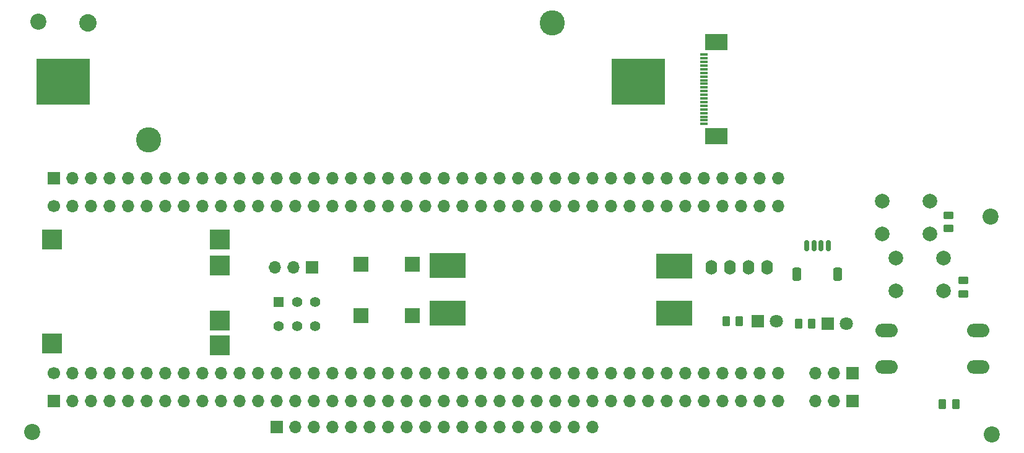
<source format=gts>
G04 #@! TF.GenerationSoftware,KiCad,Pcbnew,(7.99.0-200-gad838e3d73)*
G04 #@! TF.CreationDate,2024-03-15T16:28:32+07:00*
G04 #@! TF.ProjectId,WMS,574d532e-6b69-4636-9164-5f7063625858,rev?*
G04 #@! TF.SameCoordinates,Original*
G04 #@! TF.FileFunction,Soldermask,Top*
G04 #@! TF.FilePolarity,Negative*
%FSLAX46Y46*%
G04 Gerber Fmt 4.6, Leading zero omitted, Abs format (unit mm)*
G04 Created by KiCad (PCBNEW (7.99.0-200-gad838e3d73)) date 2024-03-15 16:28:32*
%MOMM*%
%LPD*%
G01*
G04 APERTURE LIST*
G04 Aperture macros list*
%AMRoundRect*
0 Rectangle with rounded corners*
0 $1 Rounding radius*
0 $2 $3 $4 $5 $6 $7 $8 $9 X,Y pos of 4 corners*
0 Add a 4 corners polygon primitive as box body*
4,1,4,$2,$3,$4,$5,$6,$7,$8,$9,$2,$3,0*
0 Add four circle primitives for the rounded corners*
1,1,$1+$1,$2,$3*
1,1,$1+$1,$4,$5*
1,1,$1+$1,$6,$7*
1,1,$1+$1,$8,$9*
0 Add four rect primitives between the rounded corners*
20,1,$1+$1,$2,$3,$4,$5,0*
20,1,$1+$1,$4,$5,$6,$7,0*
20,1,$1+$1,$6,$7,$8,$9,0*
20,1,$1+$1,$8,$9,$2,$3,0*%
G04 Aperture macros list end*
%ADD10C,2.000000*%
%ADD11R,1.400000X1.400000*%
%ADD12C,1.400000*%
%ADD13RoundRect,0.250000X-0.262500X-0.450000X0.262500X-0.450000X0.262500X0.450000X-0.262500X0.450000X0*%
%ADD14R,5.000000X3.500000*%
%ADD15R,2.000000X2.000000*%
%ADD16RoundRect,0.250000X0.262500X0.450000X-0.262500X0.450000X-0.262500X-0.450000X0.262500X-0.450000X0*%
%ADD17C,2.390000*%
%ADD18C,3.450000*%
%ADD19R,7.340000X6.350000*%
%ADD20C,2.200000*%
%ADD21R,1.700000X1.700000*%
%ADD22O,1.700000X1.700000*%
%ADD23R,1.100000X0.300000*%
%ADD24R,3.100000X2.300000*%
%ADD25O,1.600000X2.000000*%
%ADD26RoundRect,0.150000X-0.150000X-0.625000X0.150000X-0.625000X0.150000X0.625000X-0.150000X0.625000X0*%
%ADD27RoundRect,0.250000X-0.350000X-0.650000X0.350000X-0.650000X0.350000X0.650000X-0.350000X0.650000X0*%
%ADD28RoundRect,0.250000X0.450000X-0.262500X0.450000X0.262500X-0.450000X0.262500X-0.450000X-0.262500X0*%
%ADD29C,1.700000*%
%ADD30R,1.800000X1.800000*%
%ADD31C,1.800000*%
%ADD32O,3.048000X1.850000*%
%ADD33R,2.800000X2.800000*%
G04 APERTURE END LIST*
D10*
X194945000Y-85572600D03*
X188445000Y-85572600D03*
X194945000Y-81072600D03*
X188445000Y-81072600D03*
D11*
X105896399Y-94896399D03*
D12*
X108396400Y-94896400D03*
X110896400Y-94896400D03*
X105896400Y-98196400D03*
X108396400Y-98196400D03*
X110896400Y-98196400D03*
D13*
X176991000Y-97891600D03*
X178816000Y-97891600D03*
D10*
X190299200Y-88895800D03*
X196799200Y-88895800D03*
X190299200Y-93395800D03*
X196799200Y-93395800D03*
D14*
X160019999Y-89965999D03*
X160019999Y-96415999D03*
X129019999Y-96415999D03*
X129019999Y-89915999D03*
D15*
X117149999Y-89743399D03*
X117149999Y-96743399D03*
X124149999Y-96743399D03*
X124149999Y-89743399D03*
D16*
X198497200Y-108864400D03*
X196672200Y-108864400D03*
D17*
X79807000Y-56744600D03*
D18*
X88137000Y-72744600D03*
X143337000Y-56744600D03*
D19*
X76406999Y-64744599D03*
X155066999Y-64744599D03*
D13*
X167085000Y-97485200D03*
X168910000Y-97485200D03*
D20*
X203276200Y-83235800D03*
D21*
X75183999Y-108457999D03*
D22*
X77723999Y-108457999D03*
X80263999Y-108457999D03*
X82803999Y-108457999D03*
X85343999Y-108457999D03*
X87883999Y-108457999D03*
X90423999Y-108457999D03*
X92963999Y-108457999D03*
X95503999Y-108457999D03*
X98043999Y-108457999D03*
X100583999Y-108457999D03*
X103123999Y-108457999D03*
X105663999Y-108457999D03*
X108203999Y-108457999D03*
X110743999Y-108457999D03*
X113283999Y-108457999D03*
X115823999Y-108457999D03*
X118363999Y-108457999D03*
X120903999Y-108457999D03*
X123443999Y-108457999D03*
X125983999Y-108457999D03*
X128523999Y-108457999D03*
X131063999Y-108457999D03*
X133603999Y-108457999D03*
X136143999Y-108457999D03*
X138683999Y-108457999D03*
X141223999Y-108457999D03*
X143763999Y-108457999D03*
X146303999Y-108457999D03*
X148843999Y-108457999D03*
X151383999Y-108457999D03*
X153923999Y-108457999D03*
X156463999Y-108457999D03*
X159003999Y-108457999D03*
X161543999Y-108457999D03*
X164083999Y-108457999D03*
X166623999Y-108457999D03*
X169163999Y-108457999D03*
X171703999Y-108457999D03*
X174243999Y-108457999D03*
D21*
X110489999Y-90169999D03*
D22*
X107949999Y-90169999D03*
X105409999Y-90169999D03*
D23*
X164058599Y-61046599D03*
X164058599Y-61546599D03*
X164058599Y-62046599D03*
X164058599Y-62546599D03*
X164058599Y-63046599D03*
X164058599Y-63546599D03*
X164058599Y-64046599D03*
X164058599Y-64546599D03*
X164058599Y-65046599D03*
X164058599Y-65546599D03*
X164058599Y-66046599D03*
X164058599Y-66546599D03*
X164058599Y-67046599D03*
X164058599Y-67546599D03*
X164058599Y-68046599D03*
X164058599Y-68546599D03*
X164058599Y-69046599D03*
X164058599Y-69546599D03*
X164058599Y-70046599D03*
X164058599Y-70546599D03*
D24*
X165758599Y-72216599D03*
X165758599Y-59376599D03*
D25*
X165099999Y-90169999D03*
X167639999Y-90169999D03*
X170179999Y-90169999D03*
X172719999Y-90169999D03*
D21*
X184403999Y-108457999D03*
D22*
X181863999Y-108457999D03*
X179323999Y-108457999D03*
D20*
X73025000Y-56540400D03*
X203428600Y-112979200D03*
D26*
X178072000Y-87184000D03*
X179072000Y-87184000D03*
X180072000Y-87184000D03*
X181072000Y-87184000D03*
D27*
X176772000Y-91059000D03*
X182372000Y-91059000D03*
D28*
X199542400Y-93773000D03*
X199542400Y-91948000D03*
X197510400Y-83036400D03*
X197510400Y-84861400D03*
D29*
X75184000Y-81788000D03*
D22*
X77723999Y-81787999D03*
X80263999Y-81787999D03*
X82803999Y-81787999D03*
X85343999Y-81787999D03*
X87883999Y-81787999D03*
X90423999Y-81787999D03*
X92963999Y-81787999D03*
X95503999Y-81787999D03*
X98043999Y-81787999D03*
X100583999Y-81787999D03*
X103123999Y-81787999D03*
X105663999Y-81787999D03*
X108203999Y-81787999D03*
X110743999Y-81787999D03*
X113283999Y-81787999D03*
X115823999Y-81787999D03*
X118363999Y-81787999D03*
X120903999Y-81787999D03*
X123443999Y-81787999D03*
X125983999Y-81787999D03*
X128523999Y-81787999D03*
X131063999Y-81787999D03*
X133603999Y-81787999D03*
X136143999Y-81787999D03*
X138683999Y-81787999D03*
X141223999Y-81787999D03*
X143763999Y-81787999D03*
X146303999Y-81787999D03*
X148843999Y-81787999D03*
X151383999Y-81787999D03*
X153923999Y-81787999D03*
X156463999Y-81787999D03*
X159003999Y-81787999D03*
X161543999Y-81787999D03*
X164083999Y-81787999D03*
X166623999Y-81787999D03*
X169163999Y-81787999D03*
X171703999Y-81787999D03*
X174243999Y-81787999D03*
X174243999Y-104647999D03*
X171703999Y-104647999D03*
X169163999Y-104647999D03*
X166623999Y-104647999D03*
X164083999Y-104647999D03*
X161543999Y-104647999D03*
X159003999Y-104647999D03*
X156463999Y-104647999D03*
X153923999Y-104647999D03*
X151383999Y-104647999D03*
X148843999Y-104647999D03*
X146303999Y-104647999D03*
X143763999Y-104647999D03*
X141223999Y-104647999D03*
X138683999Y-104647999D03*
X136143999Y-104647999D03*
X133603999Y-104647999D03*
X131063999Y-104647999D03*
X128523999Y-104647999D03*
X125983999Y-104647999D03*
X123443999Y-104647999D03*
X120903999Y-104647999D03*
X118363999Y-104647999D03*
X115823999Y-104647999D03*
X113283999Y-104647999D03*
X110743999Y-104647999D03*
X108203999Y-104647999D03*
X105663999Y-104647999D03*
X103123999Y-104647999D03*
X100583999Y-104647999D03*
X98043999Y-104647999D03*
X95503999Y-104647999D03*
X92963999Y-104647999D03*
X90423999Y-104647999D03*
X87883999Y-104647999D03*
X85343999Y-104647999D03*
X82803999Y-104647999D03*
X80263999Y-104647999D03*
X77723999Y-104647999D03*
D29*
X75184000Y-104648000D03*
D22*
X179323999Y-104647999D03*
X181863999Y-104647999D03*
D21*
X184403999Y-104647999D03*
D30*
X180944599Y-97891599D03*
D31*
X183484600Y-97891600D03*
D20*
X72212200Y-112699800D03*
D30*
X171449999Y-97485199D03*
D31*
X173990000Y-97485200D03*
D32*
X189048999Y-98809799D03*
X201548999Y-98809799D03*
X189048999Y-103809799D03*
X201548999Y-103809799D03*
D21*
X105663999Y-112013999D03*
D22*
X108203999Y-112013999D03*
X110743999Y-112013999D03*
X113283999Y-112013999D03*
X115823999Y-112013999D03*
X118363999Y-112013999D03*
X120903999Y-112013999D03*
X123443999Y-112013999D03*
X125983999Y-112013999D03*
X128523999Y-112013999D03*
X131063999Y-112013999D03*
X133603999Y-112013999D03*
X136143999Y-112013999D03*
X138683999Y-112013999D03*
X141223999Y-112013999D03*
X143763999Y-112013999D03*
X146303999Y-112013999D03*
X148843999Y-112013999D03*
D33*
X74929999Y-86359999D03*
X74929999Y-100559999D03*
X97829999Y-86359999D03*
X97829999Y-100859999D03*
X97829999Y-89859999D03*
X97829999Y-97459999D03*
D21*
X75183999Y-77977999D03*
D22*
X77723999Y-77977999D03*
X80263999Y-77977999D03*
X82803999Y-77977999D03*
X85343999Y-77977999D03*
X87883999Y-77977999D03*
X90423999Y-77977999D03*
X92963999Y-77977999D03*
X95503999Y-77977999D03*
X98043999Y-77977999D03*
X100583999Y-77977999D03*
X103123999Y-77977999D03*
X105663999Y-77977999D03*
X108203999Y-77977999D03*
X110743999Y-77977999D03*
X113283999Y-77977999D03*
X115823999Y-77977999D03*
X118363999Y-77977999D03*
X120903999Y-77977999D03*
X123443999Y-77977999D03*
X125983999Y-77977999D03*
X128523999Y-77977999D03*
X131063999Y-77977999D03*
X133603999Y-77977999D03*
X136143999Y-77977999D03*
X138683999Y-77977999D03*
X141223999Y-77977999D03*
X143763999Y-77977999D03*
X146303999Y-77977999D03*
X148843999Y-77977999D03*
X151383999Y-77977999D03*
X153923999Y-77977999D03*
X156463999Y-77977999D03*
X159003999Y-77977999D03*
X161543999Y-77977999D03*
X164083999Y-77977999D03*
X166623999Y-77977999D03*
X169163999Y-77977999D03*
X171703999Y-77977999D03*
X174243999Y-77977999D03*
M02*

</source>
